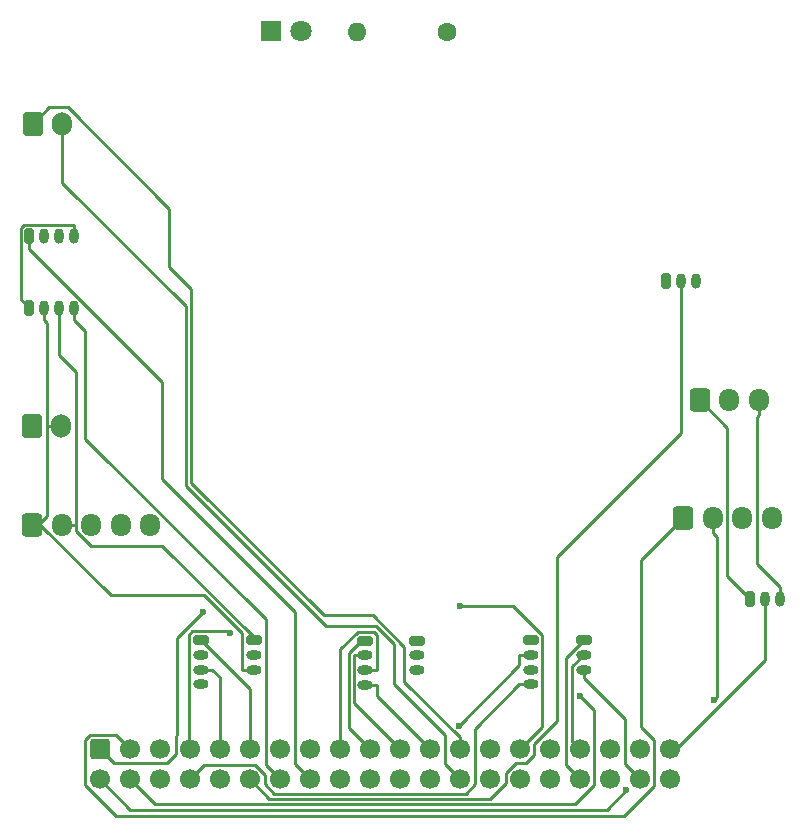
<source format=gbr>
G04 #@! TF.GenerationSoftware,KiCad,Pcbnew,(6.0.7-1)-1*
G04 #@! TF.CreationDate,2023-05-21T10:21:50+10:00*
G04 #@! TF.ProjectId,SARI_PCB,53415249-5f50-4434-922e-6b696361645f,rev?*
G04 #@! TF.SameCoordinates,Original*
G04 #@! TF.FileFunction,Copper,L2,Bot*
G04 #@! TF.FilePolarity,Positive*
%FSLAX46Y46*%
G04 Gerber Fmt 4.6, Leading zero omitted, Abs format (unit mm)*
G04 Created by KiCad (PCBNEW (6.0.7-1)-1) date 2023-05-21 10:21:50*
%MOMM*%
%LPD*%
G01*
G04 APERTURE LIST*
G04 Aperture macros list*
%AMRoundRect*
0 Rectangle with rounded corners*
0 $1 Rounding radius*
0 $2 $3 $4 $5 $6 $7 $8 $9 X,Y pos of 4 corners*
0 Add a 4 corners polygon primitive as box body*
4,1,4,$2,$3,$4,$5,$6,$7,$8,$9,$2,$3,0*
0 Add four circle primitives for the rounded corners*
1,1,$1+$1,$2,$3*
1,1,$1+$1,$4,$5*
1,1,$1+$1,$6,$7*
1,1,$1+$1,$8,$9*
0 Add four rect primitives between the rounded corners*
20,1,$1+$1,$2,$3,$4,$5,0*
20,1,$1+$1,$4,$5,$6,$7,0*
20,1,$1+$1,$6,$7,$8,$9,0*
20,1,$1+$1,$8,$9,$2,$3,0*%
G04 Aperture macros list end*
G04 #@! TA.AperFunction,ComponentPad*
%ADD10RoundRect,0.200000X-0.200000X-0.450000X0.200000X-0.450000X0.200000X0.450000X-0.200000X0.450000X0*%
G04 #@! TD*
G04 #@! TA.AperFunction,ComponentPad*
%ADD11O,0.800000X1.300000*%
G04 #@! TD*
G04 #@! TA.AperFunction,ComponentPad*
%ADD12C,1.600000*%
G04 #@! TD*
G04 #@! TA.AperFunction,ComponentPad*
%ADD13O,1.600000X1.600000*%
G04 #@! TD*
G04 #@! TA.AperFunction,ComponentPad*
%ADD14RoundRect,0.200000X-0.450000X0.200000X-0.450000X-0.200000X0.450000X-0.200000X0.450000X0.200000X0*%
G04 #@! TD*
G04 #@! TA.AperFunction,ComponentPad*
%ADD15O,1.300000X0.800000*%
G04 #@! TD*
G04 #@! TA.AperFunction,ComponentPad*
%ADD16RoundRect,0.250000X-0.600000X-0.750000X0.600000X-0.750000X0.600000X0.750000X-0.600000X0.750000X0*%
G04 #@! TD*
G04 #@! TA.AperFunction,ComponentPad*
%ADD17O,1.700000X2.000000*%
G04 #@! TD*
G04 #@! TA.AperFunction,ComponentPad*
%ADD18RoundRect,0.250000X-0.600000X-0.725000X0.600000X-0.725000X0.600000X0.725000X-0.600000X0.725000X0*%
G04 #@! TD*
G04 #@! TA.AperFunction,ComponentPad*
%ADD19O,1.700000X1.950000*%
G04 #@! TD*
G04 #@! TA.AperFunction,ComponentPad*
%ADD20R,1.800000X1.800000*%
G04 #@! TD*
G04 #@! TA.AperFunction,ComponentPad*
%ADD21C,1.800000*%
G04 #@! TD*
G04 #@! TA.AperFunction,ComponentPad*
%ADD22RoundRect,0.250000X-0.600000X0.600000X-0.600000X-0.600000X0.600000X-0.600000X0.600000X0.600000X0*%
G04 #@! TD*
G04 #@! TA.AperFunction,ComponentPad*
%ADD23C,1.700000*%
G04 #@! TD*
G04 #@! TA.AperFunction,ViaPad*
%ADD24C,0.600000*%
G04 #@! TD*
G04 #@! TA.AperFunction,Conductor*
%ADD25C,0.250000*%
G04 #@! TD*
G04 APERTURE END LIST*
D10*
X140250000Y-57950000D03*
D11*
X141500000Y-57950000D03*
X142750000Y-57950000D03*
X144000000Y-57950000D03*
D10*
X201300000Y-88650000D03*
D11*
X202550000Y-88650000D03*
X203800000Y-88650000D03*
D12*
X175610000Y-40650000D03*
D13*
X167990000Y-40650000D03*
D14*
X187250000Y-92150000D03*
D15*
X187250000Y-93400000D03*
X187250000Y-94650000D03*
D16*
X140450000Y-74050000D03*
D17*
X142950000Y-74050000D03*
D14*
X173100000Y-92200000D03*
D15*
X173100000Y-93450000D03*
X173100000Y-94700000D03*
D10*
X140250000Y-64050000D03*
D11*
X141500000Y-64050000D03*
X142750000Y-64050000D03*
X144000000Y-64050000D03*
D14*
X168700000Y-92200000D03*
D15*
X168700000Y-93450000D03*
X168700000Y-94700000D03*
X168700000Y-95950000D03*
D14*
X154750000Y-92150000D03*
D15*
X154750000Y-93400000D03*
X154750000Y-94650000D03*
X154750000Y-95900000D03*
D18*
X140500000Y-82400000D03*
D19*
X143000000Y-82400000D03*
X145500000Y-82400000D03*
X148000000Y-82400000D03*
X150500000Y-82400000D03*
D18*
X197000000Y-71825000D03*
D19*
X199500000Y-71825000D03*
X202000000Y-71825000D03*
D14*
X159250000Y-92150000D03*
D15*
X159250000Y-93400000D03*
X159250000Y-94650000D03*
D14*
X182700000Y-92150000D03*
D15*
X182700000Y-93400000D03*
X182700000Y-94650000D03*
X182700000Y-95900000D03*
D16*
X140550000Y-48425000D03*
D17*
X143050000Y-48425000D03*
D18*
X195600000Y-81775000D03*
D19*
X198100000Y-81775000D03*
X200600000Y-81775000D03*
X203100000Y-81775000D03*
D10*
X194175000Y-61750000D03*
D11*
X195425000Y-61750000D03*
X196675000Y-61750000D03*
D20*
X160675000Y-40550000D03*
D21*
X163215000Y-40550000D03*
D22*
X146220000Y-101397500D03*
D23*
X146220000Y-103937500D03*
X148760000Y-101397500D03*
X148760000Y-103937500D03*
X151300000Y-101397500D03*
X151300000Y-103937500D03*
X153840000Y-101397500D03*
X153840000Y-103937500D03*
X156380000Y-101397500D03*
X156380000Y-103937500D03*
X158920000Y-101397500D03*
X158920000Y-103937500D03*
X161460000Y-101397500D03*
X161460000Y-103937500D03*
X164000000Y-101397500D03*
X164000000Y-103937500D03*
X166540000Y-101397500D03*
X166540000Y-103937500D03*
X169080000Y-101397500D03*
X169080000Y-103937500D03*
X171620000Y-101397500D03*
X171620000Y-103937500D03*
X174160000Y-101397500D03*
X174160000Y-103937500D03*
X176700000Y-101397500D03*
X176700000Y-103937500D03*
X179240000Y-101397500D03*
X179240000Y-103937500D03*
X181780000Y-101397500D03*
X181780000Y-103937500D03*
X184320000Y-101397500D03*
X184320000Y-103937500D03*
X186860000Y-101397500D03*
X186860000Y-103937500D03*
X189400000Y-101397500D03*
X189400000Y-103937500D03*
X191940000Y-101397500D03*
X191940000Y-103937500D03*
X194480000Y-101397500D03*
X194480000Y-103937500D03*
D24*
X157280000Y-91524800D03*
X198237500Y-97218400D03*
X154952800Y-89775300D03*
X176706000Y-89252700D03*
X176589300Y-99395000D03*
X190792500Y-104882600D03*
X186838100Y-96846900D03*
D25*
X202000000Y-71825000D02*
X202000000Y-73125300D01*
X141500000Y-64050000D02*
X141500000Y-65025300D01*
X159250000Y-94650000D02*
X158274700Y-94650000D01*
X201850000Y-73275300D02*
X202000000Y-73125300D01*
X201850000Y-85724700D02*
X201850000Y-73275300D01*
X190670000Y-102667500D02*
X190670000Y-98795300D01*
X141015600Y-82400000D02*
X141104300Y-82311300D01*
X191940000Y-103937500D02*
X190670000Y-102667500D01*
X158242400Y-94617700D02*
X158274700Y-94650000D01*
X141104300Y-82311300D02*
X147146900Y-88353900D01*
X203800000Y-88650000D02*
X203800000Y-87674700D01*
X187250000Y-94650000D02*
X187250000Y-95375300D01*
X141104300Y-82311300D02*
X141774700Y-81640900D01*
X140500000Y-82400000D02*
X141015600Y-82400000D01*
X141774700Y-81640900D02*
X141774700Y-74050000D01*
X155052900Y-88353900D02*
X158242400Y-91543400D01*
X147146900Y-88353900D02*
X155052900Y-88353900D01*
X203800000Y-87674700D02*
X201850000Y-85724700D01*
X141774700Y-65300000D02*
X141774700Y-74050000D01*
X142950000Y-74050000D02*
X141774700Y-74050000D01*
X141500000Y-65025300D02*
X141774700Y-65300000D01*
X190670000Y-98795300D02*
X187250000Y-95375300D01*
X158242400Y-91543400D02*
X158242400Y-94617700D01*
X153729700Y-101287200D02*
X153729700Y-91743900D01*
X157172700Y-91417500D02*
X157280000Y-91524800D01*
X153840000Y-101397500D02*
X153729700Y-101287200D01*
X153729700Y-91743900D02*
X154056100Y-91417500D01*
X154056100Y-91417500D02*
X157172700Y-91417500D01*
X198485400Y-83460700D02*
X198100000Y-83075300D01*
X198100000Y-81775000D02*
X198100000Y-83075300D01*
X198485400Y-96970500D02*
X198485400Y-83460700D01*
X198237500Y-97218400D02*
X198485400Y-96970500D01*
X190588900Y-107008400D02*
X193135200Y-104462100D01*
X145367600Y-100220100D02*
X144991000Y-100596700D01*
X147584800Y-107008400D02*
X190588900Y-107008400D01*
X192013600Y-85361400D02*
X195600000Y-81775000D01*
X193135200Y-100623600D02*
X192013600Y-99502000D01*
X144991000Y-104414600D02*
X147584800Y-107008400D01*
X144991000Y-100596700D02*
X144991000Y-104414600D01*
X192013600Y-99502000D02*
X192013600Y-85361400D01*
X193135200Y-104462100D02*
X193135200Y-100623600D01*
X148760000Y-101397500D02*
X147582600Y-100220100D01*
X147582600Y-100220100D02*
X145367600Y-100220100D01*
X146220000Y-101397500D02*
X147402600Y-102580100D01*
X151863500Y-102580100D02*
X152649200Y-101794400D01*
X152649200Y-101794400D02*
X152649200Y-100298300D01*
X152774700Y-100172800D02*
X152774700Y-91953400D01*
X152649200Y-100298300D02*
X152774700Y-100172800D01*
X152774700Y-91953400D02*
X154952800Y-89775300D01*
X147402600Y-102580100D02*
X151863500Y-102580100D01*
X154775900Y-92150000D02*
X154750000Y-92150000D01*
X158920000Y-101397500D02*
X158920000Y-96294100D01*
X158920000Y-96294100D02*
X154775900Y-92150000D01*
X156380000Y-101397500D02*
X156380000Y-95304700D01*
X156380000Y-95304700D02*
X155725300Y-94650000D01*
X154750000Y-94650000D02*
X155725300Y-94650000D01*
X169675300Y-96912800D02*
X169675300Y-95950000D01*
X168700000Y-95950000D02*
X169675300Y-95950000D01*
X174160000Y-101397500D02*
X169675300Y-96912800D01*
X171620000Y-101397500D02*
X167724700Y-97502200D01*
X168700000Y-93450000D02*
X167724700Y-93450000D01*
X167724700Y-97502200D02*
X167724700Y-93450000D01*
X169080000Y-101397500D02*
X167273700Y-99591200D01*
X168308300Y-92200000D02*
X168700000Y-92200000D01*
X167273700Y-99591200D02*
X167273700Y-93234600D01*
X167273700Y-93234600D02*
X168308300Y-92200000D01*
X168041100Y-91445000D02*
X169420800Y-91445000D01*
X169420800Y-91445000D02*
X169695100Y-91719300D01*
X166540000Y-92946100D02*
X168041100Y-91445000D01*
X169695100Y-94680200D02*
X169675300Y-94700000D01*
X166540000Y-101397500D02*
X166540000Y-92946100D01*
X169695100Y-91719300D02*
X169695100Y-94680200D01*
X168700000Y-94700000D02*
X169675300Y-94700000D01*
X144975300Y-66000600D02*
X144000000Y-65025300D01*
X144975300Y-75088000D02*
X144975300Y-66000600D01*
X160284000Y-102761500D02*
X160284000Y-90396700D01*
X144000000Y-64050000D02*
X144000000Y-65025300D01*
X160284000Y-90396700D02*
X144975300Y-75088000D01*
X161460000Y-103937500D02*
X160284000Y-102761500D01*
X162730000Y-102667500D02*
X164000000Y-103937500D01*
X140250000Y-58999700D02*
X151516100Y-70265800D01*
X162730000Y-89763700D02*
X162730000Y-102667500D01*
X151516100Y-78549800D02*
X162730000Y-89763700D01*
X140250000Y-57950000D02*
X140250000Y-58999700D01*
X151516100Y-70265800D02*
X151516100Y-78549800D01*
X183679200Y-99498300D02*
X183679200Y-91710700D01*
X183679200Y-91710700D02*
X181221200Y-89252700D01*
X181780000Y-101397500D02*
X183679200Y-99498300D01*
X181221200Y-89252700D02*
X176706000Y-89252700D01*
X153840000Y-103937500D02*
X155055300Y-102722200D01*
X182700000Y-95900000D02*
X181724700Y-95900000D01*
X155055300Y-102722200D02*
X159371100Y-102722200D01*
X160190000Y-103541100D02*
X160190000Y-104359300D01*
X177987500Y-99637200D02*
X181724700Y-95900000D01*
X160190000Y-104359300D02*
X160969500Y-105138800D01*
X160969500Y-105138800D02*
X177205600Y-105138800D01*
X177987500Y-104356900D02*
X177987500Y-99637200D01*
X177205600Y-105138800D02*
X177987500Y-104356900D01*
X159371100Y-102722200D02*
X160190000Y-103541100D01*
X182700000Y-93400000D02*
X181724700Y-93400000D01*
X181724700Y-93400000D02*
X181724700Y-94259600D01*
X181724700Y-94259600D02*
X176589300Y-99395000D01*
X190792500Y-104882600D02*
X189157400Y-106517700D01*
X148800200Y-106517700D02*
X146220000Y-103937500D01*
X189157400Y-106517700D02*
X148800200Y-106517700D01*
X188049300Y-98058100D02*
X186838100Y-96846900D01*
X188049300Y-104430700D02*
X188049300Y-98058100D01*
X148760000Y-103937500D02*
X150883200Y-106060700D01*
X150883200Y-106060700D02*
X186419300Y-106060700D01*
X186419300Y-106060700D02*
X188049300Y-104430700D01*
X145442000Y-84180900D02*
X144175300Y-82914200D01*
X159250000Y-92150000D02*
X159250000Y-91914100D01*
X185669300Y-102746800D02*
X185669300Y-93655800D01*
X142750000Y-67999600D02*
X144175300Y-69424900D01*
X186860000Y-103937500D02*
X185669300Y-102746800D01*
X187175100Y-92150000D02*
X187250000Y-92150000D01*
X144175300Y-82914200D02*
X144175300Y-82400000D01*
X144175300Y-69424900D02*
X144175300Y-82400000D01*
X185669300Y-93655800D02*
X187175100Y-92150000D01*
X201300000Y-88650000D02*
X199349000Y-86699000D01*
X199349000Y-86699000D02*
X199349000Y-74174000D01*
X143000000Y-82400000D02*
X144175300Y-82400000D01*
X199349000Y-74174000D02*
X197000000Y-71825000D01*
X159250000Y-91914100D02*
X151516800Y-84180900D01*
X151516800Y-84180900D02*
X145442000Y-84180900D01*
X142750000Y-64050000D02*
X142750000Y-67999600D01*
X182269500Y-102572900D02*
X181443600Y-102572900D01*
X184892300Y-99005200D02*
X182955400Y-100942100D01*
X180604600Y-104235400D02*
X179250900Y-105589100D01*
X195425000Y-74604000D02*
X184892300Y-85136700D01*
X179250900Y-105589100D02*
X160571600Y-105589100D01*
X182955400Y-101887000D02*
X182269500Y-102572900D01*
X184892300Y-85136700D02*
X184892300Y-99005200D01*
X182955400Y-100942100D02*
X182955400Y-101887000D01*
X180604600Y-103411900D02*
X180604600Y-104235400D01*
X195425000Y-61750000D02*
X195425000Y-74604000D01*
X181443600Y-102572900D02*
X180604600Y-103411900D01*
X160571600Y-105589100D02*
X158920000Y-103937500D01*
X172005100Y-95695100D02*
X176700000Y-100390000D01*
X153940900Y-62427700D02*
X153940900Y-78847000D01*
X140550000Y-48425000D02*
X141920000Y-47055000D01*
X176700000Y-100390000D02*
X176700000Y-101397500D01*
X153940900Y-78847000D02*
X165159000Y-90065100D01*
X152110200Y-55658000D02*
X152110200Y-60597000D01*
X141920000Y-47055000D02*
X143507200Y-47055000D01*
X169314700Y-90065100D02*
X172005100Y-92755500D01*
X143507200Y-47055000D02*
X152110200Y-55658000D01*
X165159000Y-90065100D02*
X169314700Y-90065100D01*
X152110200Y-60597000D02*
X153940900Y-62427700D01*
X172005100Y-92755500D02*
X172005100Y-95695100D01*
X169578500Y-90965800D02*
X165371700Y-90965800D01*
X171104400Y-95896500D02*
X171104400Y-92491700D01*
X143050000Y-53419100D02*
X143050000Y-48425000D01*
X175430000Y-100222100D02*
X171104400Y-95896500D01*
X171104400Y-92491700D02*
X169578500Y-90965800D01*
X153490500Y-79084600D02*
X153490500Y-63859600D01*
X176700000Y-103937500D02*
X175430000Y-102667500D01*
X165371700Y-90965800D02*
X153490500Y-79084600D01*
X175430000Y-102667500D02*
X175430000Y-100222100D01*
X153490500Y-63859600D02*
X143050000Y-53419100D01*
X187250000Y-93400000D02*
X187172400Y-93400000D01*
X186212800Y-100750300D02*
X186860000Y-101397500D01*
X186212800Y-94359600D02*
X186212800Y-100750300D01*
X187172400Y-93400000D02*
X186212800Y-94359600D01*
X202550000Y-93830700D02*
X202550000Y-88650000D01*
X194983200Y-101397500D02*
X202550000Y-93830700D01*
X194480000Y-101397500D02*
X194983200Y-101397500D01*
X139820500Y-56969100D02*
X143994400Y-56969100D01*
X143994400Y-56969100D02*
X144000000Y-56974700D01*
X140250000Y-64050000D02*
X139511600Y-63311600D01*
X139511600Y-57278000D02*
X139820500Y-56969100D01*
X144000000Y-57950000D02*
X144000000Y-56974700D01*
X139511600Y-63311600D02*
X139511600Y-57278000D01*
M02*

</source>
